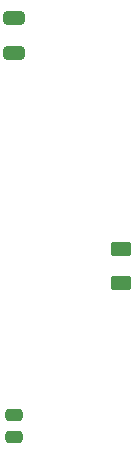
<source format=gtp>
%TF.GenerationSoftware,KiCad,Pcbnew,8.0.7*%
%TF.CreationDate,2025-02-08T15:19:53+05:30*%
%TF.ProjectId,Bread_Board_Power_supply,42726561-645f-4426-9f61-72645f506f77,rev?*%
%TF.SameCoordinates,Original*%
%TF.FileFunction,Paste,Top*%
%TF.FilePolarity,Positive*%
%FSLAX46Y46*%
G04 Gerber Fmt 4.6, Leading zero omitted, Abs format (unit mm)*
G04 Created by KiCad (PCBNEW 8.0.7) date 2025-02-08 15:19:53*
%MOMM*%
%LPD*%
G01*
G04 APERTURE LIST*
G04 Aperture macros list*
%AMRoundRect*
0 Rectangle with rounded corners*
0 $1 Rounding radius*
0 $2 $3 $4 $5 $6 $7 $8 $9 X,Y pos of 4 corners*
0 Add a 4 corners polygon primitive as box body*
4,1,4,$2,$3,$4,$5,$6,$7,$8,$9,$2,$3,0*
0 Add four circle primitives for the rounded corners*
1,1,$1+$1,$2,$3*
1,1,$1+$1,$4,$5*
1,1,$1+$1,$6,$7*
1,1,$1+$1,$8,$9*
0 Add four rect primitives between the rounded corners*
20,1,$1+$1,$2,$3,$4,$5,0*
20,1,$1+$1,$4,$5,$6,$7,0*
20,1,$1+$1,$6,$7,$8,$9,0*
20,1,$1+$1,$8,$9,$2,$3,0*%
G04 Aperture macros list end*
%ADD10RoundRect,0.250000X-0.475000X0.250000X-0.475000X-0.250000X0.475000X-0.250000X0.475000X0.250000X0*%
%ADD11RoundRect,0.250000X0.650000X-0.325000X0.650000X0.325000X-0.650000X0.325000X-0.650000X-0.325000X0*%
%ADD12RoundRect,0.250000X0.625000X-0.375000X0.625000X0.375000X-0.625000X0.375000X-0.625000X-0.375000X0*%
G04 APERTURE END LIST*
D10*
%TO.C,C3*%
X84000000Y-137550000D03*
X84000000Y-139450000D03*
%TD*%
D11*
%TO.C,C2*%
X83947000Y-106885000D03*
X83947000Y-103935000D03*
%TD*%
D12*
%TO.C,D1*%
X93050000Y-126350000D03*
X93050000Y-123550000D03*
%TD*%
M02*

</source>
